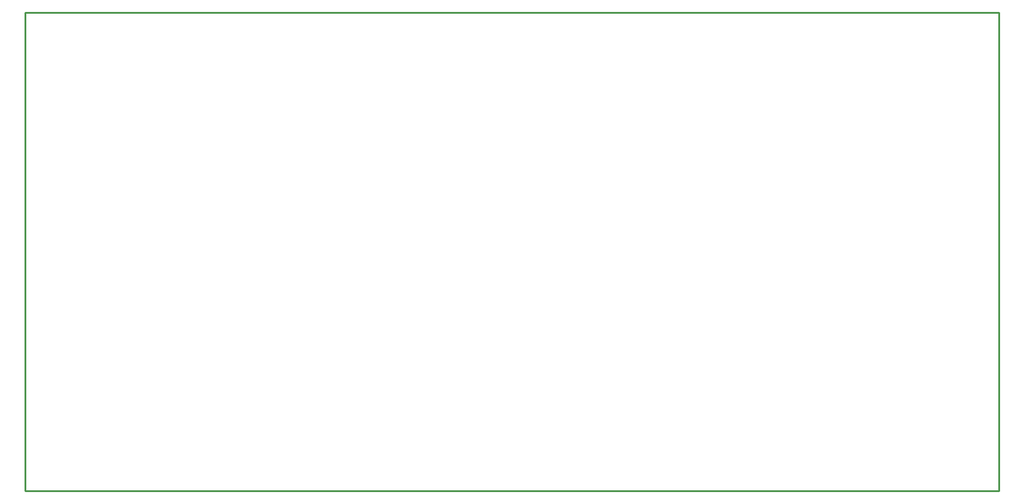
<source format=gm1>
G04*
G04 #@! TF.GenerationSoftware,Altium Limited,Altium Designer,21.1.1 (26)*
G04*
G04 Layer_Color=16711935*
%FSLAX25Y25*%
%MOIN*%
G70*
G04*
G04 #@! TF.SameCoordinates,EB652CFF-68FA-4F81-8967-BD5122A89D0C*
G04*
G04*
G04 #@! TF.FilePolarity,Positive*
G04*
G01*
G75*
%ADD10C,0.01000*%
D10*
X0D02*
Y267000D01*
Y0D02*
X543000D01*
Y267000D01*
X0D02*
X543000D01*
M02*

</source>
